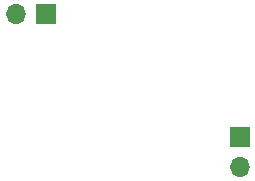
<source format=gbr>
%TF.GenerationSoftware,KiCad,Pcbnew,7.0.1*%
%TF.CreationDate,2023-08-30T09:29:49-04:00*%
%TF.ProjectId,TacTile-L1C,54616354-696c-4652-9d4c-31432e6b6963,rev?*%
%TF.SameCoordinates,Original*%
%TF.FileFunction,Soldermask,Bot*%
%TF.FilePolarity,Negative*%
%FSLAX46Y46*%
G04 Gerber Fmt 4.6, Leading zero omitted, Abs format (unit mm)*
G04 Created by KiCad (PCBNEW 7.0.1) date 2023-08-30 09:29:49*
%MOMM*%
%LPD*%
G01*
G04 APERTURE LIST*
%ADD10R,1.700000X1.700000*%
%ADD11O,1.700000X1.700000*%
G04 APERTURE END LIST*
D10*
%TO.C,J2*%
X45875000Y-45500000D03*
D11*
X45875000Y-48040000D03*
%TD*%
D10*
%TO.C,J1*%
X29500000Y-35100000D03*
D11*
X26960000Y-35100000D03*
%TD*%
M02*

</source>
